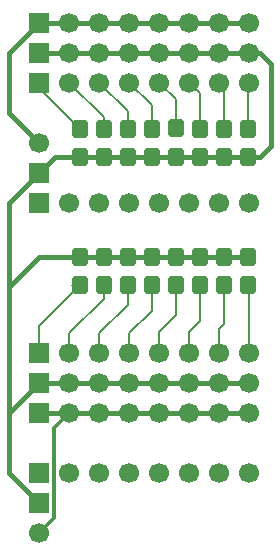
<source format=gbr>
%TF.SameCoordinates,Original*%
%TF.FileFunction,Copper,L1,Top*%
%TF.FilePolarity,Positive*%
%FSLAX46Y46*%
G04 Gerber Fmt 4.6, Leading zero omitted, Abs format (unit mm)*
%MOMM*%
%LPD*%
G01*
G04 APERTURE LIST*
G04 Aperture macros list*
%AMRoundRect*
0 Rectangle with rounded corners*
0 $1 Rounding radius*
0 $2 $3 $4 $5 $6 $7 $8 $9 X,Y pos of 4 corners*
0 Add a 4 corners polygon primitive as box body*
4,1,4,$2,$3,$4,$5,$6,$7,$8,$9,$2,$3,0*
0 Add four circle primitives for the rounded corners*
1,1,$1+$1,$2,$3*
1,1,$1+$1,$4,$5*
1,1,$1+$1,$6,$7*
1,1,$1+$1,$8,$9*
0 Add four rect primitives between the rounded corners*
20,1,$1+$1,$2,$3,$4,$5,0*
20,1,$1+$1,$4,$5,$6,$7,0*
20,1,$1+$1,$6,$7,$8,$9,0*
20,1,$1+$1,$8,$9,$2,$3,0*%
G04 Aperture macros list end*
%TA.AperFunction,SMDPad,CuDef*%
%ADD10RoundRect,0.280800X-0.394200X0.469200X-0.394200X-0.469200X0.394200X-0.469200X0.394200X0.469200X0*%
%TD*%
%TA.AperFunction,SMDPad,CuDef*%
%ADD11RoundRect,0.280800X0.394200X-0.469200X0.394200X0.469200X-0.394200X0.469200X-0.394200X-0.469200X0*%
%TD*%
%TA.AperFunction,ComponentPad*%
%ADD12R,1.700000X1.700000*%
%TD*%
%TA.AperFunction,ComponentPad*%
%ADD13C,1.700000*%
%TD*%
%TA.AperFunction,Conductor*%
%ADD14C,0.200000*%
%TD*%
%TA.AperFunction,Conductor*%
%ADD15C,0.400000*%
%TD*%
%TA.AperFunction,Conductor*%
%ADD16C,0.300000*%
%TD*%
G04 APERTURE END LIST*
D10*
%TO.P,R2,1*%
%TO.N,Net-(J1-Pin_2)*%
X132461000Y-44520000D03*
%TO.P,R2,2*%
%TO.N,GND*%
X132461000Y-46920000D03*
%TD*%
%TO.P,R8,1*%
%TO.N,Net-(J1-Pin_8)*%
X144653000Y-44520000D03*
%TO.P,R8,2*%
%TO.N,GND*%
X144653000Y-46920000D03*
%TD*%
D11*
%TO.P,R9,1*%
%TO.N,Net-(J6-Pin_1)*%
X130429000Y-57791200D03*
%TO.P,R9,2*%
%TO.N,GND*%
X130429000Y-55391200D03*
%TD*%
%TO.P,R15,1*%
%TO.N,Net-(J6-Pin_7)*%
X142621000Y-57785000D03*
%TO.P,R15,2*%
%TO.N,GND*%
X142621000Y-55385000D03*
%TD*%
D12*
%TO.P,J9,1,Pin_1*%
%TO.N,GND*%
X127000000Y-66040000D03*
D13*
%TO.P,J9,2,Pin_2*%
X129540000Y-66040000D03*
%TO.P,J9,3,Pin_3*%
X132080000Y-66040000D03*
%TO.P,J9,4,Pin_4*%
X134620000Y-66040000D03*
%TO.P,J9,5,Pin_5*%
X137160000Y-66040000D03*
%TO.P,J9,6,Pin_6*%
X139700000Y-66040000D03*
%TO.P,J9,7,Pin_7*%
X142240000Y-66040000D03*
%TO.P,J9,8,Pin_8*%
X144780000Y-66040000D03*
%TD*%
D10*
%TO.P,R3,1*%
%TO.N,Net-(J1-Pin_3)*%
X134493000Y-44520000D03*
%TO.P,R3,2*%
%TO.N,GND*%
X134493000Y-46920000D03*
%TD*%
D11*
%TO.P,R16,1*%
%TO.N,Net-(J6-Pin_8)*%
X144653000Y-57785000D03*
%TO.P,R16,2*%
%TO.N,GND*%
X144653000Y-55385000D03*
%TD*%
D10*
%TO.P,R7,1*%
%TO.N,Net-(J1-Pin_7)*%
X142621000Y-44520000D03*
%TO.P,R7,2*%
%TO.N,GND*%
X142621000Y-46920000D03*
%TD*%
D11*
%TO.P,R10,1*%
%TO.N,Net-(J6-Pin_2)*%
X132461000Y-57791200D03*
%TO.P,R10,2*%
%TO.N,GND*%
X132461000Y-55391200D03*
%TD*%
D12*
%TO.P,J10,1,Pin_1*%
%TO.N,Net-(J10-Pin_1)*%
X127000000Y-68580000D03*
D13*
%TO.P,J10,2,Pin_2*%
X129540000Y-68580000D03*
%TO.P,J10,3,Pin_3*%
X132080000Y-68580000D03*
%TO.P,J10,4,Pin_4*%
X134620000Y-68580000D03*
%TO.P,J10,5,Pin_5*%
X137160000Y-68580000D03*
%TO.P,J10,6,Pin_6*%
X139700000Y-68580000D03*
%TO.P,J10,7,Pin_7*%
X142240000Y-68580000D03*
%TO.P,J10,8,Pin_8*%
X144780000Y-68580000D03*
%TD*%
D12*
%TO.P,J2,1,Pin_1*%
%TO.N,Net-(J1-Pin_1)*%
X127000000Y-40640000D03*
D13*
%TO.P,J2,2,Pin_2*%
%TO.N,Net-(J1-Pin_2)*%
X129540000Y-40640000D03*
%TO.P,J2,3,Pin_3*%
%TO.N,Net-(J1-Pin_3)*%
X132080000Y-40640000D03*
%TO.P,J2,4,Pin_4*%
%TO.N,Net-(J1-Pin_4)*%
X134620000Y-40640000D03*
%TO.P,J2,5,Pin_5*%
%TO.N,Net-(J1-Pin_5)*%
X137160000Y-40640000D03*
%TO.P,J2,6,Pin_6*%
%TO.N,Net-(J1-Pin_6)*%
X139700000Y-40640000D03*
%TO.P,J2,7,Pin_7*%
%TO.N,Net-(J1-Pin_7)*%
X142240000Y-40640000D03*
%TO.P,J2,8,Pin_8*%
%TO.N,Net-(J1-Pin_8)*%
X144780000Y-40640000D03*
%TD*%
D11*
%TO.P,R11,1*%
%TO.N,Net-(J6-Pin_3)*%
X134493000Y-57791200D03*
%TO.P,R11,2*%
%TO.N,GND*%
X134493000Y-55391200D03*
%TD*%
D10*
%TO.P,R1,1*%
%TO.N,Net-(J1-Pin_1)*%
X130429000Y-44520000D03*
%TO.P,R1,2*%
%TO.N,GND*%
X130429000Y-46920000D03*
%TD*%
D12*
%TO.P,J7,1,Pin_1*%
%TO.N,Net-(J6-Pin_1)*%
X127000000Y-63500000D03*
D13*
%TO.P,J7,2,Pin_2*%
%TO.N,Net-(J6-Pin_2)*%
X129540000Y-63500000D03*
%TO.P,J7,3,Pin_3*%
%TO.N,Net-(J6-Pin_3)*%
X132080000Y-63500000D03*
%TO.P,J7,4,Pin_4*%
%TO.N,Net-(J6-Pin_4)*%
X134620000Y-63500000D03*
%TO.P,J7,5,Pin_5*%
%TO.N,Net-(J6-Pin_5)*%
X137160000Y-63500000D03*
%TO.P,J7,6,Pin_6*%
%TO.N,Net-(J6-Pin_6)*%
X139700000Y-63500000D03*
%TO.P,J7,7,Pin_7*%
%TO.N,Net-(J6-Pin_7)*%
X142240000Y-63500000D03*
%TO.P,J7,8,Pin_8*%
%TO.N,Net-(J6-Pin_8)*%
X144780000Y-63500000D03*
%TD*%
D10*
%TO.P,R4,1*%
%TO.N,Net-(J1-Pin_4)*%
X136525000Y-44520000D03*
%TO.P,R4,2*%
%TO.N,GND*%
X136525000Y-46920000D03*
%TD*%
D12*
%TO.P,J5,1,Pin_1*%
%TO.N,Net-(J3-Pin_2)*%
X127000000Y-35560000D03*
D13*
%TO.P,J5,2,Pin_2*%
X129540000Y-35560000D03*
%TO.P,J5,3,Pin_3*%
X132080000Y-35560000D03*
%TO.P,J5,4,Pin_4*%
X134620000Y-35560000D03*
%TO.P,J5,5,Pin_5*%
X137160000Y-35560000D03*
%TO.P,J5,6,Pin_6*%
X139700000Y-35560000D03*
%TO.P,J5,7,Pin_7*%
X142240000Y-35560000D03*
%TO.P,J5,8,Pin_8*%
X144780000Y-35560000D03*
%TD*%
D10*
%TO.P,R5,1*%
%TO.N,Net-(J1-Pin_5)*%
X138557000Y-44500800D03*
%TO.P,R5,2*%
%TO.N,GND*%
X138557000Y-46900800D03*
%TD*%
D12*
%TO.P,J4,1,Pin_1*%
%TO.N,GND*%
X127000000Y-38100000D03*
D13*
%TO.P,J4,2,Pin_2*%
X129540000Y-38100000D03*
%TO.P,J4,3,Pin_3*%
X132080000Y-38100000D03*
%TO.P,J4,4,Pin_4*%
X134620000Y-38100000D03*
%TO.P,J4,5,Pin_5*%
X137160000Y-38100000D03*
%TO.P,J4,6,Pin_6*%
X139700000Y-38100000D03*
%TO.P,J4,7,Pin_7*%
X142240000Y-38100000D03*
%TO.P,J4,8,Pin_8*%
X144780000Y-38100000D03*
%TD*%
D11*
%TO.P,R12,1*%
%TO.N,Net-(J6-Pin_4)*%
X136525000Y-57791200D03*
%TO.P,R12,2*%
%TO.N,GND*%
X136525000Y-55391200D03*
%TD*%
%TO.P,R14,1*%
%TO.N,Net-(J6-Pin_6)*%
X140589000Y-57791200D03*
%TO.P,R14,2*%
%TO.N,GND*%
X140589000Y-55391200D03*
%TD*%
D10*
%TO.P,R6,1*%
%TO.N,Net-(J1-Pin_6)*%
X140589000Y-44520000D03*
%TO.P,R6,2*%
%TO.N,GND*%
X140589000Y-46920000D03*
%TD*%
D11*
%TO.P,R13,1*%
%TO.N,Net-(J6-Pin_5)*%
X138557000Y-57791200D03*
%TO.P,R13,2*%
%TO.N,GND*%
X138557000Y-55391200D03*
%TD*%
D12*
%TO.P,J6,1,Pin_1*%
%TO.N,Net-(J6-Pin_1)*%
X127000000Y-73660000D03*
D13*
%TO.P,J6,2,Pin_2*%
%TO.N,Net-(J6-Pin_2)*%
X129540000Y-73660000D03*
%TO.P,J6,3,Pin_3*%
%TO.N,Net-(J6-Pin_3)*%
X132080000Y-73660000D03*
%TO.P,J6,4,Pin_4*%
%TO.N,Net-(J6-Pin_4)*%
X134620000Y-73660000D03*
%TO.P,J6,5,Pin_5*%
%TO.N,Net-(J6-Pin_5)*%
X137160000Y-73660000D03*
%TO.P,J6,6,Pin_6*%
%TO.N,Net-(J6-Pin_6)*%
X139700000Y-73660000D03*
%TO.P,J6,7,Pin_7*%
%TO.N,Net-(J6-Pin_7)*%
X142240000Y-73660000D03*
%TO.P,J6,8,Pin_8*%
%TO.N,Net-(J6-Pin_8)*%
X144780000Y-73660000D03*
%TD*%
D12*
%TO.P,J1,1,Pin_1*%
%TO.N,Net-(J1-Pin_1)*%
X127000000Y-50800000D03*
D13*
%TO.P,J1,2,Pin_2*%
%TO.N,Net-(J1-Pin_2)*%
X129540000Y-50800000D03*
%TO.P,J1,3,Pin_3*%
%TO.N,Net-(J1-Pin_3)*%
X132080000Y-50800000D03*
%TO.P,J1,4,Pin_4*%
%TO.N,Net-(J1-Pin_4)*%
X134620000Y-50800000D03*
%TO.P,J1,5,Pin_5*%
%TO.N,Net-(J1-Pin_5)*%
X137160000Y-50800000D03*
%TO.P,J1,6,Pin_6*%
%TO.N,Net-(J1-Pin_6)*%
X139700000Y-50800000D03*
%TO.P,J1,7,Pin_7*%
%TO.N,Net-(J1-Pin_7)*%
X142240000Y-50800000D03*
%TO.P,J1,8,Pin_8*%
%TO.N,Net-(J1-Pin_8)*%
X144780000Y-50800000D03*
%TD*%
D12*
%TO.P,J8,1,Pin_1*%
%TO.N,GND*%
X127000000Y-76200000D03*
D13*
%TO.P,J8,2,Pin_2*%
%TO.N,Net-(J10-Pin_1)*%
X127000000Y-78740000D03*
%TD*%
D12*
%TO.P,J3,1,Pin_1*%
%TO.N,GND*%
X127000000Y-48260000D03*
D13*
%TO.P,J3,2,Pin_2*%
%TO.N,Net-(J3-Pin_2)*%
X127000000Y-45720000D03*
%TD*%
D14*
%TO.N,Net-(J1-Pin_8)*%
X144653000Y-40767000D02*
X144780000Y-40640000D01*
X144653000Y-44520000D02*
X144653000Y-40767000D01*
%TO.N,Net-(J1-Pin_3)*%
X134493000Y-43053000D02*
X134493000Y-44520000D01*
X132080000Y-40640000D02*
X134493000Y-43053000D01*
%TO.N,Net-(J1-Pin_5)*%
X138557000Y-42037000D02*
X138557000Y-44500800D01*
X137160000Y-40640000D02*
X138557000Y-42037000D01*
%TO.N,Net-(J1-Pin_1)*%
X127000000Y-40640000D02*
X127000000Y-41091000D01*
X127000000Y-41091000D02*
X130429000Y-44520000D01*
%TO.N,Net-(J1-Pin_7)*%
X142621000Y-44520000D02*
X142621000Y-41021000D01*
X142621000Y-41021000D02*
X142240000Y-40640000D01*
%TO.N,Net-(J1-Pin_2)*%
X132461000Y-43561000D02*
X132461000Y-44520000D01*
X129540000Y-40640000D02*
X132461000Y-43561000D01*
%TO.N,Net-(J1-Pin_6)*%
X139700000Y-40640000D02*
X140589000Y-41529000D01*
X140589000Y-41529000D02*
X140589000Y-44520000D01*
%TO.N,Net-(J1-Pin_4)*%
X136525000Y-42545000D02*
X136525000Y-44520000D01*
X134620000Y-40640000D02*
X136525000Y-42545000D01*
D15*
%TO.N,Net-(J3-Pin_2)*%
X127000000Y-45720000D02*
X124460000Y-43180000D01*
X124460000Y-38100000D02*
X127000000Y-35560000D01*
X124460000Y-43180000D02*
X124460000Y-38100000D01*
X127000000Y-35560000D02*
X144780000Y-35560000D01*
D14*
%TO.N,Net-(J6-Pin_7)*%
X142240000Y-63500000D02*
X142240000Y-61468000D01*
X142240000Y-61468000D02*
X142621000Y-61087000D01*
X142621000Y-61087000D02*
X142621000Y-57785000D01*
%TO.N,Net-(J6-Pin_6)*%
X140589000Y-60833000D02*
X140589000Y-57791200D01*
X139700000Y-63500000D02*
X139700000Y-61722000D01*
X139700000Y-61722000D02*
X140589000Y-60833000D01*
%TO.N,Net-(J6-Pin_4)*%
X136525000Y-59944000D02*
X136525000Y-57791200D01*
X134620000Y-61849000D02*
X136525000Y-59944000D01*
X134620000Y-63500000D02*
X134620000Y-61849000D01*
%TO.N,Net-(J6-Pin_8)*%
X144780000Y-63500000D02*
X144780000Y-57912000D01*
X144780000Y-57912000D02*
X144653000Y-57785000D01*
%TO.N,Net-(J6-Pin_5)*%
X137160000Y-61722000D02*
X138557000Y-60325000D01*
X138557000Y-60325000D02*
X138557000Y-57791200D01*
X137160000Y-63500000D02*
X137160000Y-61722000D01*
%TO.N,Net-(J6-Pin_3)*%
X132080000Y-61849000D02*
X134493000Y-59436000D01*
X132080000Y-63500000D02*
X132080000Y-61849000D01*
X134493000Y-59436000D02*
X134493000Y-57791200D01*
D16*
%TO.N,Net-(J10-Pin_1)*%
X127000000Y-78740000D02*
X128270000Y-77470000D01*
X128270000Y-77470000D02*
X128270000Y-69850000D01*
D15*
X127000000Y-68580000D02*
X144780000Y-68580000D01*
D16*
X128270000Y-69850000D02*
X129540000Y-68580000D01*
D14*
%TO.N,Net-(J6-Pin_1)*%
X127000000Y-61220200D02*
X130429000Y-57791200D01*
X129800200Y-57791200D02*
X129794000Y-57785000D01*
X131064000Y-57791200D02*
X129800200Y-57791200D01*
X127000000Y-63500000D02*
X127000000Y-61220200D01*
%TO.N,Net-(J6-Pin_2)*%
X129540000Y-63500000D02*
X129540000Y-61849000D01*
X129540000Y-61849000D02*
X132461000Y-58928000D01*
X132969000Y-57791200D02*
X132969000Y-58420000D01*
X132461000Y-58928000D02*
X132461000Y-57791200D01*
D15*
%TO.N,GND*%
X126987000Y-55385000D02*
X144653000Y-55385000D01*
X145739000Y-46920000D02*
X146619000Y-46040000D01*
X144259000Y-55385000D02*
X144252800Y-55391200D01*
X144399000Y-55385000D02*
X144259000Y-55385000D01*
X126111000Y-49149000D02*
X128340000Y-46920000D01*
X143891000Y-38100000D02*
X144009182Y-38100000D01*
X126111000Y-49149000D02*
X127000000Y-48260000D01*
X124460000Y-68580000D02*
X124460000Y-73660000D01*
X127000000Y-38100000D02*
X143891000Y-38100000D01*
X128340000Y-46920000D02*
X144653000Y-46920000D01*
X124460000Y-57912000D02*
X126987000Y-55385000D01*
X127000000Y-66040000D02*
X144780000Y-66040000D01*
X146619000Y-39050000D02*
X145669000Y-38100000D01*
X146619000Y-46040000D02*
X146619000Y-39050000D01*
X124460000Y-68580000D02*
X124460000Y-57912000D01*
X145669000Y-38100000D02*
X144780000Y-38100000D01*
X124460000Y-50800000D02*
X127000000Y-48260000D01*
X124460000Y-73660000D02*
X127000000Y-76200000D01*
X124460000Y-57912000D02*
X124460000Y-50800000D01*
X144653000Y-46920000D02*
X145739000Y-46920000D01*
X124460000Y-68580000D02*
X127000000Y-66040000D01*
%TD*%
M02*

</source>
